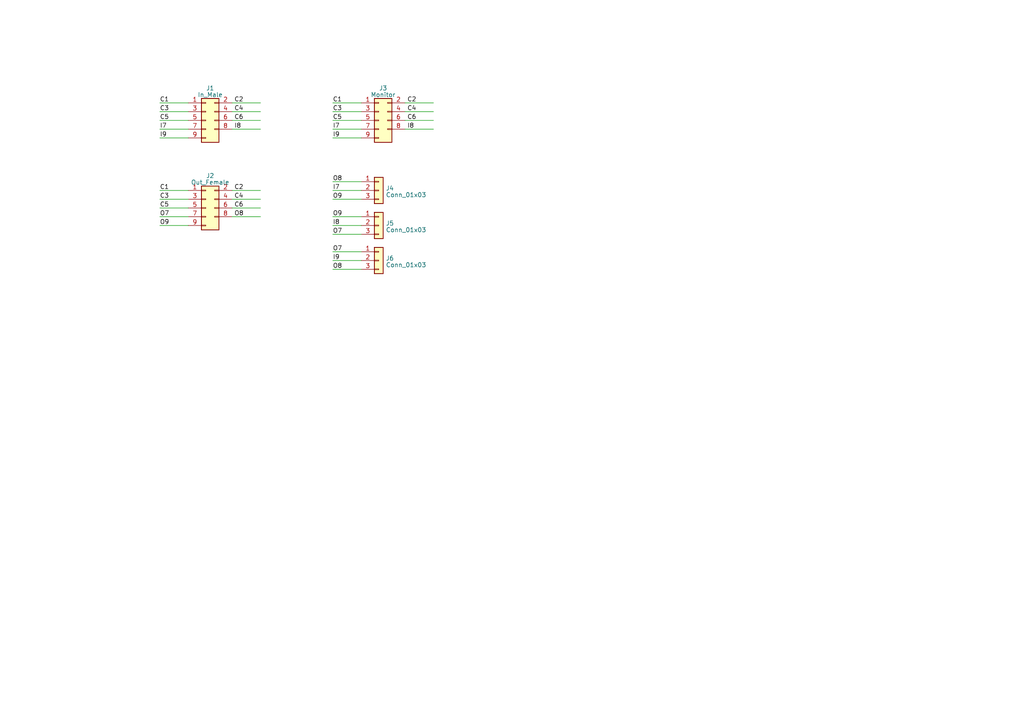
<source format=kicad_sch>
(kicad_sch (version 20230121) (generator eeschema)
  (paper "A4")
  (lib_symbols
    (symbol "Connector_Generic:Conn_01x03" (pin_names (offset 1.016) hide)
      (property "Reference" "J" (at 0 5.08 0))
      (property "Value" "Conn_01x03" (at 0 -5.08 0))
      (symbol "Conn_01x03_1_1"
        (rectangle (start -1.27 -2.413) (end 0 -2.667) (stroke (width 0.1524)))
        (rectangle (start -1.27 0.127) (end 0 -0.127) (stroke (width 0.1524)))
        (rectangle (start -1.27 2.667) (end 0 2.413) (stroke (width 0.1524)))
        (rectangle (start -1.27 3.81) (end 1.27 -3.81) (stroke (width 0.254)) (fill (type background)))
        (pin passive line (at -5.08 2.54 0) (length 3.81) (name "Pin_1") (number "1"))
        (pin passive line (at -5.08 0 0) (length 3.81) (name "Pin_2") (number "2"))
        (pin passive line (at -5.08 -2.54 0) (length 3.81) (name "Pin_3") (number "3"))
      )
    )
    (symbol "Connector_Generic:Conn_2Rows-09Pins" (pin_names (offset 1.016) hide)
      (property "Reference" "J" (at 1.27 7.62 0))
      (property "Value" "Conn_2Rows-09Pins" (at 1.27 -7.62 0))
      (symbol "Conn_2Rows-09Pins_1_1"
        (rectangle (start -1.27 -4.953) (end 0 -5.207) (stroke (width 0.1524)))
        (rectangle (start -1.27 -2.413) (end 0 -2.667) (stroke (width 0.1524)))
        (rectangle (start -1.27 0.127) (end 0 -0.127) (stroke (width 0.1524)))
        (rectangle (start -1.27 2.667) (end 0 2.413) (stroke (width 0.1524)))
        (rectangle (start -1.27 5.207) (end 0 4.953) (stroke (width 0.1524)))
        (rectangle (start -1.27 6.35) (end 3.81 -6.35) (stroke (width 0.254)) (fill (type background)))
        (rectangle (start 3.81 -2.413) (end 2.54 -2.667) (stroke (width 0.1524)))
        (rectangle (start 3.81 0.127) (end 2.54 -0.127) (stroke (width 0.1524)))
        (rectangle (start 3.81 2.667) (end 2.54 2.413) (stroke (width 0.1524)))
        (rectangle (start 3.81 5.207) (end 2.54 4.953) (stroke (width 0.1524)))
        (pin passive line (at -5.08 5.08 0) (length 3.81) (name "Pin_1") (number "1"))
        (pin passive line (at 7.62 5.08 180) (length 3.81) (name "Pin_2") (number "2"))
        (pin passive line (at -5.08 2.54 0) (length 3.81) (name "Pin_3") (number "3"))
        (pin passive line (at 7.62 2.54 180) (length 3.81) (name "Pin_4") (number "4"))
        (pin passive line (at -5.08 0 0) (length 3.81) (name "Pin_5") (number "5"))
        (pin passive line (at 7.62 0 180) (length 3.81) (name "Pin_6") (number "6"))
        (pin passive line (at -5.08 -2.54 0) (length 3.81) (name "Pin_7") (number "7"))
        (pin passive line (at 7.62 -2.54 180) (length 3.81) (name "Pin_8") (number "8"))
        (pin passive line (at -5.08 -5.08 0) (length 3.81) (name "Pin_9") (number "9"))
      )
    )
  )
  (wire (pts (xy 67.31 55.245) (xy 75.565 55.245)))
  (wire (pts (xy 46.355 37.465) (xy 54.61 37.465)))
  (wire (pts (xy 96.52 65.405) (xy 104.775 65.405)))
  (wire (pts (xy 46.355 60.325) (xy 54.61 60.325)))
  (wire (pts (xy 96.52 62.865) (xy 104.775 62.865)))
  (wire (pts (xy 67.31 60.325) (xy 75.565 60.325)))
  (wire (pts (xy 96.52 78.105) (xy 104.775 78.105)))
  (wire (pts (xy 46.355 55.245) (xy 54.61 55.245)))
  (wire (pts (xy 117.475 37.465) (xy 125.73 37.465)))
  (wire (pts (xy 46.355 34.925) (xy 54.61 34.925)))
  (wire (pts (xy 46.355 32.385) (xy 54.61 32.385)))
  (wire (pts (xy 117.475 29.845) (xy 125.73 29.845)))
  (wire (pts (xy 96.52 32.385) (xy 104.775 32.385)))
  (wire (pts (xy 117.475 32.385) (xy 125.73 32.385)))
  (wire (pts (xy 67.31 29.845) (xy 75.565 29.845)))
  (wire (pts (xy 67.31 32.385) (xy 75.565 32.385)))
  (wire (pts (xy 46.355 65.405) (xy 54.61 65.405)))
  (wire (pts (xy 46.355 29.845) (xy 54.61 29.845)))
  (wire (pts (xy 96.52 55.245) (xy 104.775 55.245)))
  (wire (pts (xy 96.52 73.025) (xy 104.775 73.025)))
  (wire (pts (xy 96.52 40.005) (xy 104.775 40.005)))
  (wire (pts (xy 96.52 37.465) (xy 104.775 37.465)))
  (wire (pts (xy 96.52 67.945) (xy 104.775 67.945)))
  (wire (pts (xy 46.355 57.785) (xy 54.61 57.785)))
  (wire (pts (xy 67.31 62.865) (xy 75.565 62.865)))
  (wire (pts (xy 67.31 34.925) (xy 75.565 34.925)))
  (wire (pts (xy 67.31 57.785) (xy 75.565 57.785)))
  (wire (pts (xy 96.52 52.705) (xy 104.775 52.705)))
  (wire (pts (xy 46.355 40.005) (xy 54.61 40.005)))
  (wire (pts (xy 46.355 62.865) (xy 54.61 62.865)))
  (wire (pts (xy 96.52 34.925) (xy 104.775 34.925)))
  (wire (pts (xy 96.52 75.565) (xy 104.775 75.565)))
  (wire (pts (xy 96.52 29.845) (xy 104.775 29.845)))
  (wire (pts (xy 96.52 57.785) (xy 104.775 57.785)))
  (wire (pts (xy 67.31 37.465) (xy 75.565 37.465)))
  (wire (pts (xy 117.475 34.925) (xy 125.73 34.925)))
  (label "I9" (at 96.52 40.005 0))
  (label "O7" (at 96.52 67.945 0))
  (label "I8" (at 96.52 65.405 0))
  (label "C2" (at 118.11 29.845 0))
  (label "C2" (at 67.945 55.245 0))
  (label "C6" (at 67.945 34.925 0))
  (label "C5" (at 46.355 34.925 0))
  (label "O9" (at 46.355 65.405 0))
  (label "C5" (at 46.355 60.325 0))
  (label "I8" (at 67.945 37.465 0))
  (label "O8" (at 67.945 62.865 0))
  (label "I7" (at 46.355 37.465 0))
  (label "I8" (at 118.11 37.465 0))
  (label "C1" (at 46.355 55.245 0))
  (label "I7" (at 96.52 37.465 0))
  (label "I9" (at 96.52 75.565 0))
  (label "I7" (at 96.52 55.245 0))
  (label "C4" (at 67.945 57.785 0))
  (label "C5" (at 96.52 34.925 0))
  (label "C3" (at 96.52 32.385 0))
  (label "C3" (at 46.355 57.785 0))
  (label "C3" (at 46.355 32.385 0))
  (label "C4" (at 67.945 32.385 0))
  (label "C2" (at 67.945 29.845 0))
  (label "C6" (at 118.11 34.925 0))
  (label "O8" (at 96.52 52.705 0))
  (label "O7" (at 46.355 62.865 0))
  (label "I9" (at 46.355 40.005 0))
  (label "O7" (at 96.52 73.025 0))
  (label "O9" (at 96.52 62.865 0))
  (label "C1" (at 96.52 29.845 0))
  (label "C6" (at 67.945 60.325 0))
  (label "O9" (at 96.52 57.785 0))
  (label "C1" (at 46.355 29.845 0))
  (label "O8" (at 96.52 78.105 0))
  (label "C4" (at 118.11 32.385 0))
  (symbol (lib_id "Connector_Generic:Conn_2Rows-09Pins") (at 59.69 34.925 0) (unit 1)
    (property "Reference" "J1" (at 60.96 25.5651 0))
    (property "Value" "In_Male" (at 60.96 27.4861 0))
    (property "Footprint" "toyoshim:DSUB-9P-Male-FOXCONN_DT10121" (effects hide))
  )
  (symbol (lib_id "Connector_Generic:Conn_01x03") (at 109.855 55.245 0) (unit 1)
    (property "Reference" "J4" (at 111.887 54.6013 0) (effects (justify left)))
    (property "Value" "Conn_01x03" (at 111.887 56.5223 0) (effects (justify left)))
    (property "Footprint" "Connector_PinHeader_2.54mm:PinHeader_1x03_P2.54mm_Vertical" (effects hide))
  )
  (symbol (lib_id "Connector_Generic:Conn_01x03") (at 109.855 75.565 0) (unit 1)
    (property "Reference" "J6" (at 111.887 74.9213 0) (effects (justify left)))
    (property "Value" "Conn_01x03" (at 111.887 76.8423 0) (effects (justify left)))
    (property "Footprint" "Connector_PinHeader_2.54mm:PinHeader_1x03_P2.54mm_Vertical" (effects hide))
  )
  (symbol (lib_id "Connector_Generic:Conn_2Rows-09Pins") (at 59.69 60.325 0) (unit 1)
    (property "Reference" "J2" (at 60.96 50.9651 0))
    (property "Value" "Out_Female" (at 60.96 52.8861 0))
    (property "Footprint" "toyoshim:DSUB-9_Female_TE_2301844_1" (effects hide))
  )
  (symbol (lib_id "Connector_Generic:Conn_01x03") (at 109.855 65.405 0) (unit 1)
    (property "Reference" "J5" (at 111.887 64.7613 0) (effects (justify left)))
    (property "Value" "Conn_01x03" (at 111.887 66.6823 0) (effects (justify left)))
    (property "Footprint" "Connector_PinHeader_2.54mm:PinHeader_1x03_P2.54mm_Vertical" (effects hide))
  )
  (symbol (lib_id "Connector_Generic:Conn_2Rows-09Pins") (at 109.855 34.925 0) (unit 1)
    (property "Reference" "J3" (at 111.125 25.5651 0))
    (property "Value" "Monitor" (at 111.125 27.4861 0))
    (property "Footprint" "Connector_PinHeader_2.54mm:PinHeader_2x05_P2.54mm_Vertical" (effects hide))
  )
)
</source>
